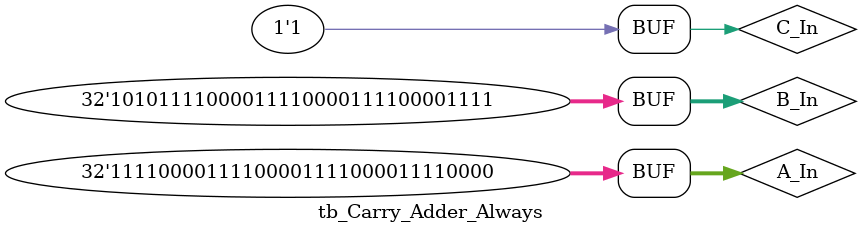
<source format=sv>

module tb_Carry_Adder_Always;
    logic [31:0] A_In, B_In;
    logic C_In;      
    logic [31:0]Sum;
    logic C_Out;        

    Carry_Adder_Always Dut_Carry_Adder_Always (
        .A_In(A_In), .B_In(B_In), .C_In(C_In), .Sum(Sum), .C_Out(C_Out)
    );

    
    initial begin
      
        $monitor("A_In=%b, B_In=%b, C_In=%b => Sum=%b, C_Out=%b", A_In, B_In, C_In, Sum, C_Out);



	for (int i = 0; i < 5; i++) begin
            for (int j = 0; j < 8; j++) begin
                for (int k = 0; k < 2; k++) begin
                    A_In = i[31:0];       
                    B_In = j[31:0];       
                    C_In = k;           
                    #10;                
                end
            end
        end

	A_In = 32'h00000000;
        B_In = 32'h00000000;
        C_In = 1;
        #10;

	A_In = 32'hFFFFFFFF;
        B_In = 32'hFFFFFFFF;
        C_In = 0;
        #10;
	A_In = 32'hFFFFFFFF;
        B_In = 32'hFFFFFFFF;
        C_In = 1;
        #10;
	A_In = 32'hFFFFFFF0;
        B_In = 32'hFFFFFF0F;
        C_In = 0;
        #10;
	A_In = 32'hF0F0F0F0;
        B_In = 32'hAF0F0F0F;
        C_In = 0;
        #10;
	A_In = 32'hF0F0F0F0;
        B_In = 32'hAF0F0F0F;
        C_In = 1;
        #10;



    end
endmodule


</source>
